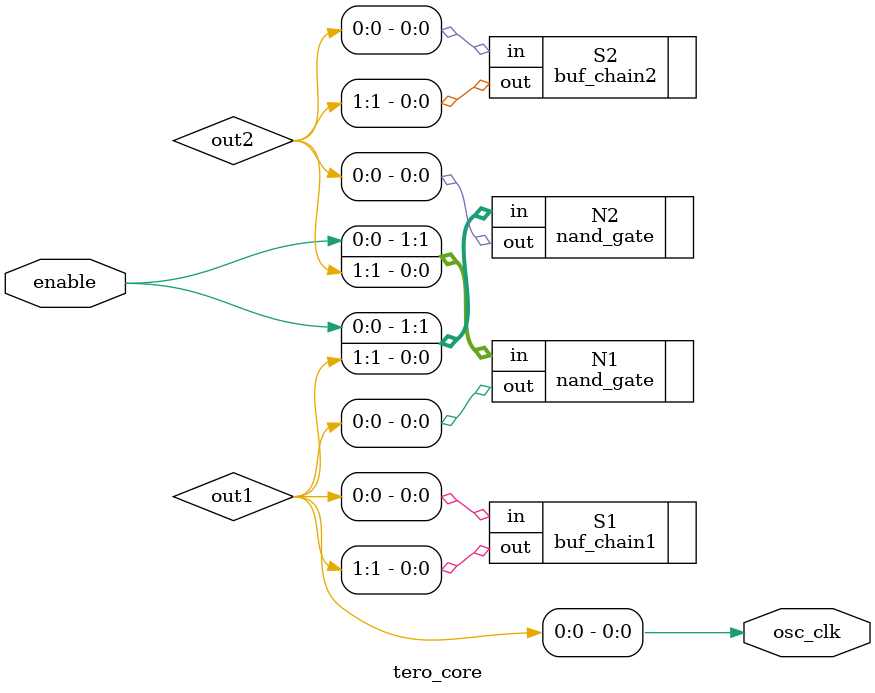
<source format=v>
`timescale 1ns / 1ps


//module tero_core#(
//		parameter 				length_ro1 = 8,	  // Ring oscillator length,contain nand
//		parameter 				length_ro2 = 8
//	)(
//		input					enable,		     //	1, Enable ring oscillator.
//		output		 			osc_clk			//	
//	);
   
//  (* ALLOW_COMBINATORIAL_LOOPS = "true", DONT_TOUCH = "true" *)
//  wire [length_ro1-1:0] out1;
//  wire [length_ro2-1:0] out2;

//// cell 1 
//    genvar i;
//	generate
//		for (i = 0; i <= length_ro1-2; i = i + 1) begin : stage1
//			buff	S1 (.in(out1[i]), 	.out(out1[i+1]));
//            end
//	endgenerate
	
////(* LOC=SLICE_X5Y47, DONT_TOUCH="TRUE",BEL="A6LUT" *)
////stage1[0].S1;
	
//// cell 2 
//    genvar j;
//	generate
//		for (j = 0; j <= length_ro2-2; j = j + 1) begin : stage2
//			buff	S2 (.in(out2[j]), 	.out(out2[j+1]));
//            end
//	endgenerate	
		
////	Enable NAND gates:
//	nand_gate		N1 (.in({enable, out2[length_ro2-1]}), .out(out1[0]));
//	nand_gate		N2 (.in({enable, out1[length_ro1-1]}), .out(out2[0]));
	
//assign osc_clk = out1[0];

//endmodule


module tero_core(
		input					enable,		     
		output		 			osc_clk			
	);
   
  (* ALLOW_COMBINATORIAL_LOOPS = "true", DONT_TOUCH = "true" *)
  wire [1:0] out1;
  wire [1:0] out2;  


// buffer chain
   buf_chain1	    S1 (.in(out1[0]), 	.out(out1[1]));
   buf_chain2	    S2 (.in(out2[0]), 	.out(out2[1]));	
	
//	Enable NAND gates:
	nand_gate		N1 (.in({enable, out2[1]}), .out(out1[0]));
	nand_gate		N2 (.in({enable, out1[1]}), .out(out2[0]));
	
assign osc_clk = out1[0];

endmodule


</source>
